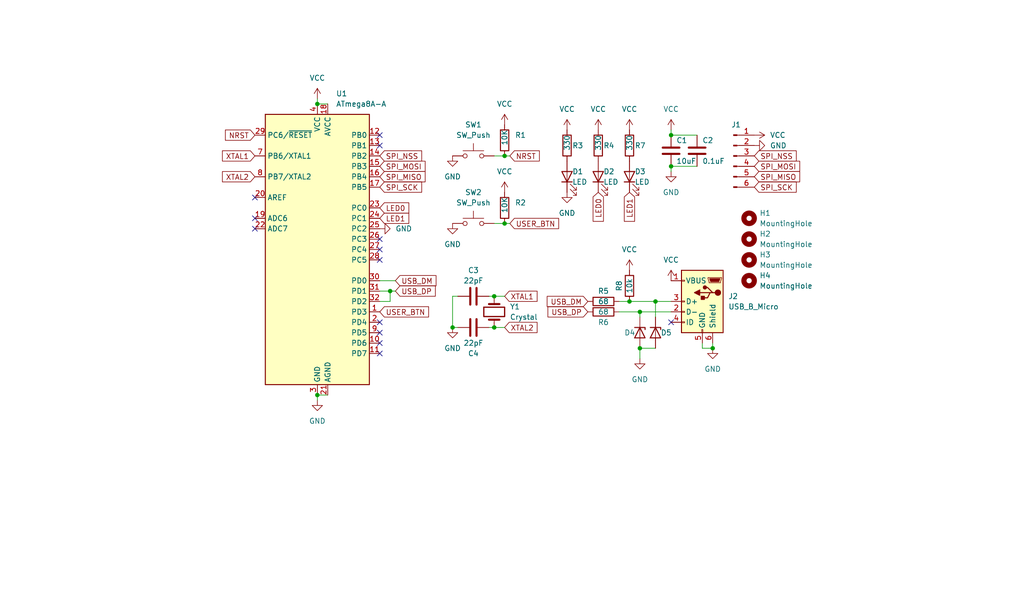
<source format=kicad_sch>
(kicad_sch (version 20211123) (generator eeschema)
  (paper "User" 250.012 150.012)
  (title_block (title "Generic USBAsp ") (date "2023-01-26") (rev "0") (company "by Achmadi ST MT"))
  (lib_symbols
    (symbol "Connector:Conn_01x06_Male" (pin_names (offset 1.016) hide)
      (property "Reference" "J" (at 0 7.62 0))
      (property "Value" "Conn_01x06_Male" (at 0 -10.16 0))
      (symbol "Conn_01x06_Male_1_1"
        (polyline (pts (xy 1.27 -7.62) (xy 0.8636 -7.62)) (stroke (width 0.1524)))
        (polyline (pts (xy 1.27 -5.08) (xy 0.8636 -5.08)) (stroke (width 0.1524)))
        (polyline (pts (xy 1.27 -2.54) (xy 0.8636 -2.54)) (stroke (width 0.1524)))
        (polyline (pts (xy 1.27 0) (xy 0.8636 0)) (stroke (width 0.1524)))
        (polyline (pts (xy 1.27 2.54) (xy 0.8636 2.54)) (stroke (width 0.1524)))
        (polyline (pts (xy 1.27 5.08) (xy 0.8636 5.08)) (stroke (width 0.1524)))
        (rectangle (start 0.8636 -7.493) (end 0 -7.747) (stroke (width 0.1524)) (fill (type outline)))
        (rectangle (start 0.8636 -4.953) (end 0 -5.207) (stroke (width 0.1524)) (fill (type outline)))
        (rectangle (start 0.8636 -2.413) (end 0 -2.667) (stroke (width 0.1524)) (fill (type outline)))
        (rectangle (start 0.8636 0.127) (end 0 -0.127) (stroke (width 0.1524)) (fill (type outline)))
        (rectangle (start 0.8636 2.667) (end 0 2.413) (stroke (width 0.1524)) (fill (type outline)))
        (rectangle (start 0.8636 5.207) (end 0 4.953) (stroke (width 0.1524)) (fill (type outline)))
        (pin passive line (at 5.08 5.08 180) (length 3.81) (name "Pin_1") (number "1"))
        (pin passive line (at 5.08 2.54 180) (length 3.81) (name "Pin_2") (number "2"))
        (pin passive line (at 5.08 0 180) (length 3.81) (name "Pin_3") (number "3"))
        (pin passive line (at 5.08 -2.54 180) (length 3.81) (name "Pin_4") (number "4"))
        (pin passive line (at 5.08 -5.08 180) (length 3.81) (name "Pin_5") (number "5"))
        (pin passive line (at 5.08 -7.62 180) (length 3.81) (name "Pin_6") (number "6"))
      )
    )
    (symbol "Connector:USB_B_Micro" (pin_names (offset 1.016))
      (property "Reference" "J" (at -5.08 11.43 0))
      (property "Value" "USB_B_Micro" (at -5.08 8.89 0))
      (symbol "USB_B_Micro_0_1"
        (rectangle (start -5.08 -7.62) (end 5.08 7.62) (stroke (width 0.254)) (fill (type background)))
        (circle (center -3.81 2.159) (radius 0.635) (stroke (width 0.254)) (fill (type outline)))
        (circle (center -0.635 3.429) (radius 0.381) (stroke (width 0.254)) (fill (type outline)))
        (rectangle (start -0.127 -7.62) (end 0.127 -6.858))
        (polyline (pts (xy -1.905 2.159) (xy 0.635 2.159)) (stroke (width 0.254)))
        (polyline (pts (xy -3.175 2.159) (xy -2.54 2.159) (xy -1.27 3.429) (xy -0.635 3.429)) (stroke (width 0.254)))
        (polyline (pts (xy -2.54 2.159) (xy -1.905 2.159) (xy -1.27 0.889) (xy 0 0.889)) (stroke (width 0.254)))
        (polyline (pts (xy 0.635 2.794) (xy 0.635 1.524) (xy 1.905 2.159) (xy 0.635 2.794)) (stroke (width 0.254)) (fill (type outline)))
        (polyline (pts (xy -4.318 5.588) (xy -1.778 5.588) (xy -2.032 4.826) (xy -4.064 4.826) (xy -4.318 5.588)) (fill (type outline)))
        (polyline (pts (xy -4.699 5.842) (xy -4.699 5.588) (xy -4.445 4.826) (xy -4.445 4.572) (xy -1.651 4.572) (xy -1.651 4.826) (xy -1.397 5.588) (xy -1.397 5.842) (xy -4.699 5.842)))
        (rectangle (start 0.254 1.27) (end -0.508 0.508) (stroke (width 0.254)) (fill (type outline)))
        (rectangle (start 5.08 -5.207) (end 4.318 -4.953))
        (rectangle (start 5.08 -2.667) (end 4.318 -2.413))
        (rectangle (start 5.08 -0.127) (end 4.318 0.127))
        (rectangle (start 5.08 4.953) (end 4.318 5.207))
      )
      (symbol "USB_B_Micro_1_1"
        (pin power_out line (at 7.62 5.08 180) (length 2.54) (name "VBUS") (number "1"))
        (pin bidirectional line (at 7.62 -2.54 180) (length 2.54) (name "D-") (number "2"))
        (pin bidirectional line (at 7.62 0 180) (length 2.54) (name "D+") (number "3"))
        (pin passive line (at 7.62 -5.08 180) (length 2.54) (name "ID") (number "4"))
        (pin power_out line (at 0 -10.16 90) (length 2.54) (name "GND") (number "5"))
        (pin passive line (at -2.54 -10.16 90) (length 2.54) (name "Shield") (number "6"))
      )
    )
    (symbol "Device:C" (pin_numbers hide) (pin_names (offset 0.254))
      (property "Reference" "C" (at 0.635 2.54 0))
      (property "Value" "C" (at 0.635 -2.54 0))
      (symbol "C_0_1"
        (polyline (pts (xy -2.032 -0.762) (xy 2.032 -0.762)) (stroke (width 0.508)))
        (polyline (pts (xy -2.032 0.762) (xy 2.032 0.762)) (stroke (width 0.508)))
      )
      (symbol "C_1_1"
        (pin passive line (at 0 3.81 270) (length 2.794) (name "~") (number "1"))
        (pin passive line (at 0 -3.81 90) (length 2.794) (name "~") (number "2"))
      )
    )
    (symbol "Device:Crystal" (pin_numbers hide) (pin_names (offset 1.016) hide)
      (property "Reference" "Y" (at 0 3.81 0))
      (property "Value" "Crystal" (at 0 -3.81 0))
      (symbol "Crystal_0_1"
        (rectangle (start -1.143 2.54) (end 1.143 -2.54) (stroke (width 0.3048)))
        (polyline (pts (xy -2.54 0) (xy -1.905 0)))
        (polyline (pts (xy -1.905 -1.27) (xy -1.905 1.27)) (stroke (width 0.508)))
        (polyline (pts (xy 1.905 -1.27) (xy 1.905 1.27)) (stroke (width 0.508)))
        (polyline (pts (xy 2.54 0) (xy 1.905 0)))
      )
      (symbol "Crystal_1_1"
        (pin passive line (at -3.81 0 0) (length 1.27) (name "1") (number "1"))
        (pin passive line (at 3.81 0 180) (length 1.27) (name "2") (number "2"))
      )
    )
    (symbol "Device:D_Zener" (pin_numbers hide) (pin_names (offset 1.016) hide)
      (property "Reference" "D" (at 0 2.54 0))
      (property "Value" "D_Zener" (at 0 -2.54 0))
      (symbol "D_Zener_0_1"
        (polyline (pts (xy 1.27 0) (xy -1.27 0)))
        (polyline (pts (xy -1.27 -1.27) (xy -1.27 1.27) (xy -0.762 1.27)) (stroke (width 0.254)))
        (polyline (pts (xy 1.27 -1.27) (xy 1.27 1.27) (xy -1.27 0) (xy 1.27 -1.27)) (stroke (width 0.254)))
      )
      (symbol "D_Zener_1_1"
        (pin passive line (at -3.81 0 0) (length 2.54) (name "K") (number "1"))
        (pin passive line (at 3.81 0 180) (length 2.54) (name "A") (number "2"))
      )
    )
    (symbol "Device:LED" (pin_numbers hide) (pin_names (offset 1.016) hide)
      (property "Reference" "D" (at 0 2.54 0))
      (property "Value" "LED" (at 0 -2.54 0))
      (symbol "LED_0_1"
        (polyline (pts (xy -1.27 -1.27) (xy -1.27 1.27)) (stroke (width 0.254)))
        (polyline (pts (xy -1.27 0) (xy 1.27 0)))
        (polyline (pts (xy 1.27 -1.27) (xy 1.27 1.27) (xy -1.27 0) (xy 1.27 -1.27)) (stroke (width 0.254)))
        (polyline (pts (xy -3.048 -0.762) (xy -4.572 -2.286) (xy -3.81 -2.286) (xy -4.572 -2.286) (xy -4.572 -1.524)))
        (polyline (pts (xy -1.778 -0.762) (xy -3.302 -2.286) (xy -2.54 -2.286) (xy -3.302 -2.286) (xy -3.302 -1.524)))
      )
      (symbol "LED_1_1"
        (pin passive line (at -3.81 0 0) (length 2.54) (name "K") (number "1"))
        (pin passive line (at 3.81 0 180) (length 2.54) (name "A") (number "2"))
      )
    )
    (symbol "Device:R" (pin_numbers hide) (pin_names (offset 0))
      (property "Reference" "R" (at 2.032 0 90))
      (property "Value" "R" (at 0 0 90))
      (symbol "R_0_1"
        (rectangle (start -1.016 -2.54) (end 1.016 2.54) (stroke (width 0.254)))
      )
      (symbol "R_1_1"
        (pin passive line (at 0 3.81 270) (length 1.27) (name "~") (number "1"))
        (pin passive line (at 0 -3.81 90) (length 1.27) (name "~") (number "2"))
      )
    )
    (symbol "MCU_Microchip_ATmega:ATmega8A-A"
      (property "Reference" "U" (at -12.7 34.29 0))
      (property "Value" "ATmega8A-A" (at 5.08 -34.29 0))
      (symbol "ATmega8A-A_0_1"
        (rectangle (start -12.7 -33.02) (end 12.7 33.02) (stroke (width 0.254)) (fill (type background)))
      )
      (symbol "ATmega8A-A_1_1"
        (pin bidirectional line (at 15.24 -15.24 180) (length 2.54) (name "PD3") (number "1"))
        (pin bidirectional line (at 15.24 -22.86 180) (length 2.54) (name "PD6") (number "10"))
        (pin bidirectional line (at 15.24 -25.4 180) (length 2.54) (name "PD7") (number "11"))
        (pin bidirectional line (at 15.24 27.94 180) (length 2.54) (name "PB0") (number "12"))
        (pin bidirectional line (at 15.24 25.4 180) (length 2.54) (name "PB1") (number "13"))
        (pin bidirectional line (at 15.24 22.86 180) (length 2.54) (name "PB2") (number "14"))
        (pin bidirectional line (at 15.24 20.32 180) (length 2.54) (name "PB3") (number "15"))
        (pin bidirectional line (at 15.24 17.78 180) (length 2.54) (name "PB4") (number "16"))
        (pin bidirectional line (at 15.24 15.24 180) (length 2.54) (name "PB5") (number "17"))
        (pin power_in line (at 2.54 35.56 270) (length 2.54) (name "AVCC") (number "18"))
        (pin input line (at -15.24 7.62 0) (length 2.54) (name "ADC6") (number "19"))
        (pin bidirectional line (at 15.24 -17.78 180) (length 2.54) (name "PD4") (number "2"))
        (pin passive line (at -15.24 12.7 0) (length 2.54) (name "AREF") (number "20"))
        (pin power_in line (at 2.54 -35.56 90) (length 2.54) (name "AGND") (number "21"))
        (pin input line (at -15.24 5.08 0) (length 2.54) (name "ADC7") (number "22"))
        (pin bidirectional line (at 15.24 10.16 180) (length 2.54) (name "PC0") (number "23"))
        (pin bidirectional line (at 15.24 7.62 180) (length 2.54) (name "PC1") (number "24"))
        (pin bidirectional line (at 15.24 5.08 180) (length 2.54) (name "PC2") (number "25"))
        (pin bidirectional line (at 15.24 2.54 180) (length 2.54) (name "PC3") (number "26"))
        (pin bidirectional line (at 15.24 0 180) (length 2.54) (name "PC4") (number "27"))
        (pin bidirectional line (at 15.24 -2.54 180) (length 2.54) (name "PC5") (number "28"))
        (pin bidirectional line (at -15.24 27.94 0) (length 2.54) (name "PC6/~{RESET}") (number "29"))
        (pin power_in line (at 0 -35.56 90) (length 2.54) (name "GND") (number "3"))
        (pin bidirectional line (at 15.24 -7.62 180) (length 2.54) (name "PD0") (number "30"))
        (pin bidirectional line (at 15.24 -10.16 180) (length 2.54) (name "PD1") (number "31"))
        (pin bidirectional line (at 15.24 -12.7 180) (length 2.54) (name "PD2") (number "32"))
        (pin power_in line (at 0 35.56 270) (length 2.54) (name "VCC") (number "4"))
        (pin passive line (at 0 -35.56 90) (length 2.54) hide (name "GND") (number "5"))
        (pin passive line (at 0 35.56 270) (length 2.54) hide (name "VCC") (number "6"))
        (pin bidirectional line (at -15.24 22.86 0) (length 2.54) (name "PB6/XTAL1") (number "7"))
        (pin bidirectional line (at -15.24 17.78 0) (length 2.54) (name "PB7/XTAL2") (number "8"))
        (pin bidirectional line (at 15.24 -20.32 180) (length 2.54) (name "PD5") (number "9"))
      )
    )
    (symbol "Mechanical:MountingHole" (pin_names (offset 1.016))
      (property "Reference" "H" (at 0 5.08 0))
      (property "Value" "MountingHole" (at 0 3.175 0))
      (symbol "MountingHole_0_1"
        (circle (center 0 0) (radius 1.27) (stroke (width 1.27)))
      )
    )
    (symbol "Switch:SW_Push" (pin_numbers hide) (pin_names (offset 1.016) hide)
      (property "Reference" "SW" (at 1.27 2.54 0))
      (property "Value" "SW_Push" (at 0 -1.524 0))
      (symbol "SW_Push_0_1"
        (circle (center -2.032 0) (radius 0.508))
        (polyline (pts (xy 0 1.27) (xy 0 3.048)))
        (polyline (pts (xy 2.54 1.27) (xy -2.54 1.27)))
        (circle (center 2.032 0) (radius 0.508))
        (pin passive line (at -5.08 0 0) (length 2.54) (name "1") (number "1"))
        (pin passive line (at 5.08 0 180) (length 2.54) (name "2") (number "2"))
      )
    )
    (symbol "power:GND" (power) (pin_names (offset 0))
      (property "Value" "GND" (at 0 -3.81 0))
      (symbol "GND_0_1"
        (polyline (pts (xy 0 0) (xy 0 -1.27) (xy 1.27 -1.27) (xy 0 -2.54) (xy -1.27 -1.27) (xy 0 -1.27)))
      )
      (symbol "GND_1_1"
        (pin power_in line (at 0 0 270) (length 0) hide (name "GND") (number "1"))
      )
    )
    (symbol "power:VCC" (power) (pin_names (offset 0))
      (property "Value" "VCC" (at 0 3.81 0))
      (symbol "VCC_0_1"
        (polyline (pts (xy -0.762 1.27) (xy 0 2.54)))
        (polyline (pts (xy 0 0) (xy 0 2.54)))
        (polyline (pts (xy 0 2.54) (xy 0.762 1.27)))
      )
      (symbol "VCC_1_1"
        (pin power_in line (at 0 0 90) (length 0) hide (name "VCC") (number "1"))
      )
    )
  )
  (junction (at 156.21 85.09))
  (junction (at 120.65 80.01))
  (junction (at 77.47 25.4))
  (junction (at 163.83 33.02))
  (junction (at 156.21 76.2))
  (junction (at 120.65 72.39))
  (junction (at 160.02 73.66))
  (junction (at 173.99 85.09))
  (junction (at 110.49 80.01))
  (junction (at 123.19 38.1))
  (junction (at 95.25 71.12))
  (junction (at 123.19 54.61))
  (junction (at 77.47 96.52))
  (junction (at 163.83 40.64))
  (junction (at 153.67 73.66))
  (no_connect (at 92.71 78.74))
  (no_connect (at 92.71 63.5))
  (no_connect (at 92.71 60.96))
  (no_connect (at 92.71 83.82))
  (no_connect (at 92.71 86.36))
  (no_connect (at 92.71 81.28))
  (no_connect (at 92.71 33.02))
  (no_connect (at 92.71 35.56))
  (no_connect (at 92.71 58.42))
  (no_connect (at 62.23 53.34))
  (no_connect (at 62.23 55.88))
  (no_connect (at 62.23 48.26))
  (no_connect (at 163.83 78.74))
  (wire (pts (xy 160.02 73.66) (xy 163.83 73.66)))
  (wire (pts (xy 160.02 73.66) (xy 160.02 77.47)))
  (wire (pts (xy 156.21 76.2) (xy 156.21 77.47)))
  (wire (pts (xy 77.47 96.52) (xy 80.01 96.52)))
  (wire (pts (xy 95.25 71.12) (xy 92.71 71.12)))
  (wire (pts (xy 77.47 96.52) (xy 77.47 97.79)))
  (wire (pts (xy 92.71 73.66) (xy 95.25 73.66)))
  (wire (pts (xy 96.52 68.58) (xy 92.71 68.58)))
  (wire (pts (xy 96.52 71.12) (xy 95.25 71.12)))
  (wire (pts (xy 110.49 80.01) (xy 111.76 80.01)))
  (wire (pts (xy 77.47 24.13) (xy 77.47 25.4)))
  (wire (pts (xy 151.13 73.66) (xy 153.67 73.66)))
  (wire (pts (xy 163.83 40.64) (xy 163.83 41.91)))
  (wire (pts (xy 77.47 25.4) (xy 80.01 25.4)))
  (wire (pts (xy 123.19 38.1) (xy 124.46 38.1)))
  (wire (pts (xy 111.76 72.39) (xy 110.49 72.39)))
  (wire (pts (xy 123.19 54.61) (xy 124.46 54.61)))
  (wire (pts (xy 120.65 38.1) (xy 123.19 38.1)))
  (wire (pts (xy 171.45 85.09) (xy 173.99 85.09)))
  (wire (pts (xy 151.13 76.2) (xy 156.21 76.2)))
  (wire (pts (xy 120.65 54.61) (xy 123.19 54.61)))
  (wire (pts (xy 120.65 80.01) (xy 123.19 80.01)))
  (wire (pts (xy 156.21 85.09) (xy 156.21 87.63)))
  (wire (pts (xy 156.21 76.2) (xy 163.83 76.2)))
  (wire (pts (xy 120.65 72.39) (xy 123.19 72.39)))
  (wire (pts (xy 163.83 33.02) (xy 170.18 33.02)))
  (wire (pts (xy 95.25 73.66) (xy 95.25 71.12)))
  (wire (pts (xy 163.83 31.75) (xy 163.83 33.02)))
  (wire (pts (xy 171.45 83.82) (xy 171.45 85.09)))
  (wire (pts (xy 119.38 72.39) (xy 120.65 72.39)))
  (wire (pts (xy 173.99 83.82) (xy 173.99 85.09)))
  (wire (pts (xy 156.21 85.09) (xy 160.02 85.09)))
  (wire (pts (xy 119.38 80.01) (xy 120.65 80.01)))
  (wire (pts (xy 153.67 73.66) (xy 160.02 73.66)))
  (wire (pts (xy 163.83 40.64) (xy 170.18 40.64)))
  (wire (pts (xy 110.49 72.39) (xy 110.49 80.01)))
  (global_label "XTAL1" (shape input) (at 123.19 72.39 0) (property "Intersheet References" "${INTERSHEET_REFS}" (effects hide)))
  (global_label "LED1" (shape input) (at 153.67 46.99 270) (property "Intersheet References" "${INTERSHEET_REFS}" (effects hide)))
  (global_label "XTAL1" (shape input) (at 62.23 38.1 180) (property "Intersheet References" "${INTERSHEET_REFS}" (effects hide)))
  (global_label "NRST" (shape input) (at 62.23 33.02 180) (property "Intersheet References" "${INTERSHEET_REFS}" (effects hide)))
  (global_label "USB_DP" (shape input) (at 96.52 71.12 0) (property "Intersheet References" "${INTERSHEET_REFS}" (effects hide)))
  (global_label "SPI_MOSI" (shape input) (at 92.71 40.64 0) (property "Intersheet References" "${INTERSHEET_REFS}" (effects hide)))
  (global_label "NRST" (shape input) (at 124.46 38.1 0) (property "Intersheet References" "${INTERSHEET_REFS}" (effects hide)))
  (global_label "USER_BTN" (shape input) (at 124.46 54.61 0) (property "Intersheet References" "${INTERSHEET_REFS}" (effects hide)))
  (global_label "SPI_SCK" (shape input) (at 92.71 45.72 0) (property "Intersheet References" "${INTERSHEET_REFS}" (effects hide)))
  (global_label "SPI_SCK" (shape input) (at 184.15 45.72 0) (property "Intersheet References" "${INTERSHEET_REFS}" (effects hide)))
  (global_label "LED1" (shape input) (at 92.71 53.34 0) (property "Intersheet References" "${INTERSHEET_REFS}" (effects hide)))
  (global_label "XTAL2" (shape input) (at 123.19 80.01 0) (property "Intersheet References" "${INTERSHEET_REFS}" (effects hide)))
  (global_label "USB_DM" (shape input) (at 143.51 73.66 180) (property "Intersheet References" "${INTERSHEET_REFS}" (effects hide)))
  (global_label "LED0" (shape input) (at 146.05 46.99 270) (property "Intersheet References" "${INTERSHEET_REFS}" (effects hide)))
  (global_label "USB_DP" (shape input) (at 143.51 76.2 180) (property "Intersheet References" "${INTERSHEET_REFS}" (effects hide)))
  (global_label "XTAL2" (shape input) (at 62.23 43.18 180) (property "Intersheet References" "${INTERSHEET_REFS}" (effects hide)))
  (global_label "SPI_MISO" (shape input) (at 92.71 43.18 0) (property "Intersheet References" "${INTERSHEET_REFS}" (effects hide)))
  (global_label "SPI_NSS" (shape input) (at 92.71 38.1 0) (property "Intersheet References" "${INTERSHEET_REFS}" (effects hide)))
  (global_label "SPI_NSS" (shape input) (at 184.15 38.1 0) (property "Intersheet References" "${INTERSHEET_REFS}" (effects hide)))
  (global_label "USB_DM" (shape input) (at 96.52 68.58 0) (property "Intersheet References" "${INTERSHEET_REFS}" (effects hide)))
  (global_label "LED0" (shape input) (at 92.71 50.8 0) (property "Intersheet References" "${INTERSHEET_REFS}" (effects hide)))
  (global_label "SPI_MISO" (shape input) (at 184.15 43.18 0) (property "Intersheet References" "${INTERSHEET_REFS}" (effects hide)))
  (global_label "USER_BTN" (shape input) (at 92.71 76.2 0) (property "Intersheet References" "${INTERSHEET_REFS}" (effects hide)))
  (global_label "SPI_MOSI" (shape input) (at 184.15 40.64 0) (property "Intersheet References" "${INTERSHEET_REFS}" (effects hide)))
  (symbol (lib_id "Connector:USB_B_Micro") (at 171.45 73.66 0) (mirror y) (unit 1)
    (property "Reference" "J2" (at 177.8 72.3899 0) (effects (justify right)))
    (property "Value" "USB_B_Micro" (at 177.8 74.9299 0) (effects (justify right)))
  )
  (symbol (lib_id "Connector:Conn_01x06_Male") (at 179.07 38.1 0) (unit 1)
    (property "Reference" "J1" (at 179.705 30.48 0))
    (property "Value" "Conn_01x06_Male" (effects hide))
  )
  (symbol (lib_id "Device:LED") (at 146.05 43.18 90) (unit 1)
    (property "Reference" "D2" (at 147.32 41.91 90) (effects (justify right)))
    (property "Value" "LED" (at 147.32 44.45 90) (effects (justify right)))
  )
  (symbol (lib_id "power:GND") (at 184.15 35.56 90) (unit 1)
    (property "Reference" "#PWR020" (effects hide))
    (property "Value" "GND" (at 187.96 35.5599 90) (effects (justify right)))
  )
  (symbol (lib_id "power:VCC") (at 163.83 31.75 0) (unit 1)
    (property "Reference" "#PWR04" (effects hide))
    (property "Value" "VCC" (at 163.83 26.67 0))
  )
  (symbol (lib_id "power:VCC") (at 184.15 33.02 270) (unit 1)
    (property "Reference" "#PWR019" (effects hide))
    (property "Value" "VCC" (at 187.96 33.0199 90) (effects (justify left)))
  )
  (symbol (lib_id "power:GND") (at 156.21 87.63 0) (unit 1)
    (property "Reference" "#PWR016" (effects hide))
    (property "Value" "GND" (at 156.21 92.71 0))
  )
  (symbol (lib_id "Mechanical:MountingHole") (at 182.88 68.58 0) (unit 1)
    (property "Reference" "H4" (at 185.42 67.3099 0) (effects (justify left)))
    (property "Value" "MountingHole" (at 185.42 69.8499 0) (effects (justify left)))
  )
  (symbol (lib_id "power:VCC") (at 138.43 31.75 0) (unit 1)
    (property "Reference" "#PWR011" (effects hide))
    (property "Value" "VCC" (at 138.43 26.67 0))
  )
  (symbol (lib_id "power:GND") (at 173.99 85.09 0) (unit 1)
    (property "Reference" "#PWR018" (effects hide))
    (property "Value" "GND" (at 173.99 90.17 0))
  )
  (symbol (lib_id "Device:D_Zener") (at 156.21 81.28 270) (unit 1)
    (property "Reference" "D4" (at 152.4 81.28 90) (effects (justify left)))
    (property "Value" "DZ-3v3" (effects hide))
  )
  (symbol (lib_id "power:VCC") (at 153.67 31.75 0) (unit 1)
    (property "Reference" "#PWR014" (effects hide))
    (property "Value" "VCC" (at 153.67 26.67 0))
  )
  (symbol (lib_id "Device:LED") (at 138.43 43.18 90) (unit 1)
    (property "Reference" "D1" (at 139.7 41.91 90) (effects (justify right)))
    (property "Value" "LED" (at 139.7 44.45 90) (effects (justify right)))
  )
  (symbol (lib_id "Device:R") (at 147.32 76.2 90) (unit 1)
    (property "Reference" "R6" (at 147.32 78.74 90))
    (property "Value" "68" (at 147.32 76.2 90))
  )
  (symbol (lib_id "Device:R") (at 123.19 50.8 0) (unit 1)
    (property "Reference" "R2" (at 125.73 49.5299 0) (effects (justify left)))
    (property "Value" "10K" (at 123.19 52.07 90) (effects (justify left)))
  )
  (symbol (lib_id "Device:D_Zener") (at 160.02 81.28 270) (unit 1)
    (property "Reference" "D5" (at 161.29 81.28 90) (effects (justify left)))
    (property "Value" "DZ-3v3" (effects hide))
  )
  (symbol (lib_id "Device:C") (at 163.83 36.83 0) (unit 1)
    (property "Reference" "C1" (at 165.1 34.29 0) (effects (justify left)))
    (property "Value" "10uF" (at 165.1 39.37 0) (effects (justify left)))
  )
  (symbol (lib_id "power:GND") (at 77.47 97.79 0) (unit 1)
    (property "Reference" "#PWR02" (effects hide))
    (property "Value" "GND" (at 77.47 102.87 0))
  )
  (symbol (lib_id "Device:C") (at 170.18 36.83 0) (unit 1)
    (property "Reference" "C2" (at 171.45 34.29 0) (effects (justify left)))
    (property "Value" "0.1uF" (at 171.45 39.37 0) (effects (justify left)))
  )
  (symbol (lib_id "MCU_Microchip_ATmega:ATmega8A-A") (at 77.47 60.96 0) (unit 1)
    (property "Reference" "U1" (at 82.0294 22.86 0) (effects (justify left)))
    (property "Value" "ATmega8A-A" (at 82.0294 25.4 0) (effects (justify left)))
    (property "Footprint" "Package_QFP:TQFP-32_7x7mm_P0.8mm" (effects hide))
    (property "Datasheet" "http://ww1.microchip.com/downloads/en/DeviceDoc/Microchip%208bit%20mcu%20AVR%20ATmega8A%20data%20sheet%2040001974A.pdf" (effects hide))
  )
  (symbol (lib_id "power:VCC") (at 123.19 46.99 0) (unit 1)
    (property "Reference" "#PWR09" (effects hide))
    (property "Value" "VCC" (at 123.19 41.91 0))
  )
  (symbol (lib_id "Device:R") (at 147.32 73.66 90) (unit 1)
    (property "Reference" "R5" (at 147.32 71.12 90))
    (property "Value" "68" (at 147.32 73.66 90))
  )
  (symbol (lib_id "power:GND") (at 110.49 54.61 0) (unit 1)
    (property "Reference" "#PWR07" (effects hide))
    (property "Value" "GND" (at 110.49 59.69 0))
  )
  (symbol (lib_id "Switch:SW_Push") (at 115.57 54.61 0) (unit 1)
    (property "Reference" "SW2" (at 115.57 46.99 0))
    (property "Value" "SW_Push" (at 115.57 49.53 0))
  )
  (symbol (lib_id "power:VCC") (at 153.67 66.04 0) (unit 1)
    (property "Reference" "#PWR015" (effects hide))
    (property "Value" "VCC" (at 153.67 60.96 0))
  )
  (symbol (lib_id "power:VCC") (at 77.47 24.13 0) (unit 1)
    (property "Reference" "#PWR01" (effects hide))
    (property "Value" "VCC" (at 77.47 19.05 0))
  )
  (symbol (lib_id "Mechanical:MountingHole") (at 182.88 63.5 0) (unit 1)
    (property "Reference" "H3" (at 185.42 62.2299 0) (effects (justify left)))
    (property "Value" "MountingHole" (at 185.42 64.7699 0) (effects (justify left)))
  )
  (symbol (lib_id "Mechanical:MountingHole") (at 182.88 53.34 0) (unit 1)
    (property "Reference" "H1" (at 185.42 52.0699 0) (effects (justify left)))
    (property "Value" "MountingHole" (at 185.42 54.6099 0) (effects (justify left)))
  )
  (symbol (lib_id "Mechanical:MountingHole") (at 182.88 58.42 0) (unit 1)
    (property "Reference" "H2" (at 185.42 57.1499 0) (effects (justify left)))
    (property "Value" "MountingHole" (at 185.42 59.6899 0) (effects (justify left)))
  )
  (symbol (lib_id "power:GND") (at 110.49 38.1 0) (unit 1)
    (property "Reference" "#PWR06" (effects hide))
    (property "Value" "GND" (at 110.49 43.18 0))
  )
  (symbol (lib_id "power:GND") (at 138.43 46.99 0) (unit 1)
    (property "Reference" "#PWR012" (effects hide))
    (property "Value" "GND" (at 138.43 52.07 0))
  )
  (symbol (lib_id "Device:R") (at 138.43 35.56 0) (unit 1)
    (property "Reference" "R3" (at 139.7 35.56 0) (effects (justify left)))
    (property "Value" "330" (at 138.43 36.83 90) (effects (justify left)))
  )
  (symbol (lib_id "power:GND") (at 110.49 80.01 0) (unit 1)
    (property "Reference" "#PWR010" (effects hide))
    (property "Value" "GND" (at 110.49 85.09 0))
  )
  (symbol (lib_id "Device:Crystal") (at 120.65 76.2 90) (unit 1)
    (property "Reference" "Y1" (at 124.46 74.9299 90) (effects (justify right)))
    (property "Value" "Crystal" (at 124.46 77.4699 90) (effects (justify right)))
  )
  (symbol (lib_id "power:GND") (at 92.71 55.88 90) (unit 1)
    (property "Reference" "#PWR03" (effects hide))
    (property "Value" "GND" (at 96.52 55.8799 90) (effects (justify right)))
  )
  (symbol (lib_id "Switch:SW_Push") (at 115.57 38.1 0) (unit 1)
    (property "Reference" "SW1" (at 115.57 30.48 0))
    (property "Value" "SW_Push" (at 115.57 33.02 0))
  )
  (symbol (lib_id "power:VCC") (at 163.83 68.58 0) (unit 1)
    (property "Reference" "#PWR017" (effects hide))
    (property "Value" "VCC" (at 163.83 63.5 0))
  )
  (symbol (lib_id "Device:LED") (at 153.67 43.18 90) (unit 1)
    (property "Reference" "D3" (at 154.94 41.91 90) (effects (justify right)))
    (property "Value" "LED" (at 154.94 44.45 90) (effects (justify right)))
  )
  (symbol (lib_id "Device:R") (at 153.67 69.85 180) (unit 1)
    (property "Reference" "R8" (at 151.13 69.85 90))
    (property "Value" "10k" (at 153.67 69.85 90))
  )
  (symbol (lib_id "Device:R") (at 123.19 34.29 0) (unit 1)
    (property "Reference" "R1" (at 125.73 33.0199 0) (effects (justify left)))
    (property "Value" "10K" (at 123.19 35.56 90) (effects (justify left)))
  )
  (symbol (lib_id "Device:R") (at 153.67 35.56 0) (unit 1)
    (property "Reference" "R7" (at 154.94 35.56 0) (effects (justify left)))
    (property "Value" "330" (at 153.67 36.83 90) (effects (justify left)))
  )
  (symbol (lib_id "power:GND") (at 163.83 41.91 0) (unit 1)
    (property "Reference" "#PWR05" (effects hide))
    (property "Value" "GND" (at 163.83 46.99 0))
  )
  (symbol (lib_id "Device:R") (at 146.05 35.56 0) (unit 1)
    (property "Reference" "R4" (at 147.32 35.56 0) (effects (justify left)))
    (property "Value" "330" (at 146.05 36.83 90) (effects (justify left)))
  )
  (symbol (lib_id "Device:C") (at 115.57 72.39 90) (unit 1)
    (property "Reference" "C3" (at 115.57 66.04 90))
    (property "Value" "22pF" (at 115.57 68.58 90))
  )
  (symbol (lib_id "power:VCC") (at 123.19 30.48 0) (unit 1)
    (property "Reference" "#PWR08" (effects hide))
    (property "Value" "VCC" (at 123.19 25.4 0))
  )
  (symbol (lib_id "power:VCC") (at 146.05 31.75 0) (unit 1)
    (property "Reference" "#PWR013" (effects hide))
    (property "Value" "VCC" (at 146.05 26.67 0))
  )
  (symbol (lib_id "Device:C") (at 115.57 80.01 90) (unit 1)
    (property "Reference" "C4" (at 115.57 86.36 90))
    (property "Value" "22pF" (at 115.57 83.82 90))
  )
)
</source>
